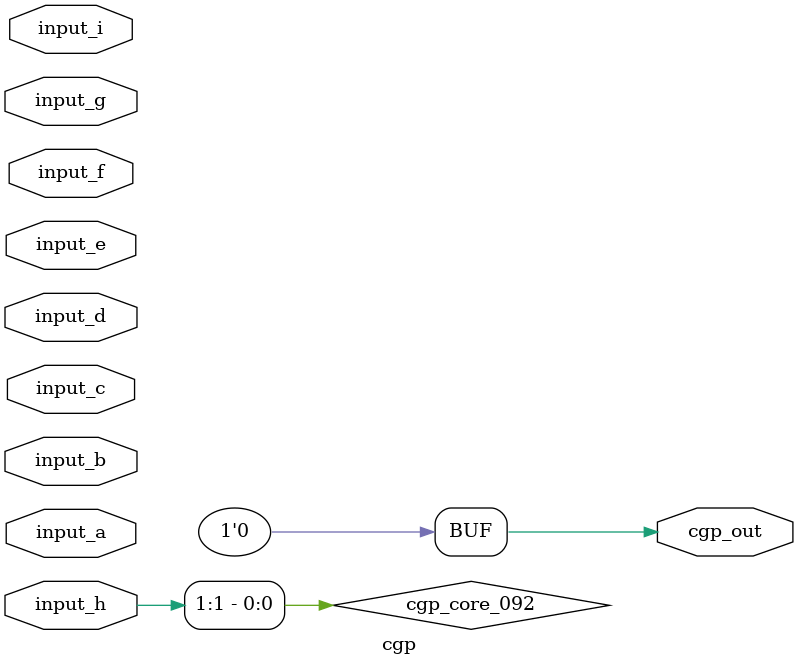
<source format=v>
module cgp(input [1:0] input_a, input [1:0] input_b, input [1:0] input_c, input [1:0] input_d, input [1:0] input_e, input [1:0] input_f, input [1:0] input_g, input [1:0] input_h, input [1:0] input_i, output [0:0] cgp_out);
  wire cgp_core_020;
  wire cgp_core_023;
  wire cgp_core_027;
  wire cgp_core_028;
  wire cgp_core_031;
  wire cgp_core_032;
  wire cgp_core_034;
  wire cgp_core_035;
  wire cgp_core_037;
  wire cgp_core_039;
  wire cgp_core_041;
  wire cgp_core_042;
  wire cgp_core_044;
  wire cgp_core_045;
  wire cgp_core_047;
  wire cgp_core_048;
  wire cgp_core_050_not;
  wire cgp_core_052;
  wire cgp_core_053;
  wire cgp_core_054;
  wire cgp_core_056;
  wire cgp_core_057;
  wire cgp_core_059;
  wire cgp_core_060;
  wire cgp_core_061;
  wire cgp_core_062;
  wire cgp_core_063;
  wire cgp_core_064;
  wire cgp_core_065;
  wire cgp_core_066;
  wire cgp_core_067;
  wire cgp_core_069;
  wire cgp_core_071;
  wire cgp_core_072_not;
  wire cgp_core_074;
  wire cgp_core_076;
  wire cgp_core_081;
  wire cgp_core_082;
  wire cgp_core_085;
  wire cgp_core_086;
  wire cgp_core_087;
  wire cgp_core_089;
  wire cgp_core_090;
  wire cgp_core_091;
  wire cgp_core_092;
  wire cgp_core_093;
  wire cgp_core_094;
  wire cgp_core_095;
  wire cgp_core_096;
  wire cgp_core_097;
  wire cgp_core_098;
  wire cgp_core_099;
  wire cgp_core_100_not;
  wire cgp_core_101;
  wire cgp_core_103_not;
  wire cgp_core_104;
  wire cgp_core_106;
  wire cgp_core_107;

  assign cgp_core_020 = input_h[0] ^ input_i[0];
  assign cgp_core_023 = input_h[1] & input_i[1];
  assign cgp_core_027 = input_f[0] ^ cgp_core_020;
  assign cgp_core_028 = input_d[0] & cgp_core_020;
  assign cgp_core_031 = input_d[1] ^ input_c[0];
  assign cgp_core_032 = input_d[1] & cgp_core_028;
  assign cgp_core_034 = cgp_core_023 | cgp_core_032;
  assign cgp_core_035 = cgp_core_023 & cgp_core_032;
  assign cgp_core_037 = input_b[0] & input_c[0];
  assign cgp_core_039 = input_b[1] & input_c[1];
  assign cgp_core_041 = input_g[1] & cgp_core_037;
  assign cgp_core_042 = input_f[1] | input_c[1];
  assign cgp_core_044 = input_a[0] & input_g[0];
  assign cgp_core_045 = input_a[1] ^ input_b[0];
  assign cgp_core_047 = cgp_core_045 ^ input_e[1];
  assign cgp_core_048 = ~(cgp_core_045 & input_g[0]);
  assign cgp_core_050_not = ~cgp_core_042;
  assign cgp_core_052 = input_a[0] ^ input_g[0];
  assign cgp_core_053 = input_g[1] & input_g[0];
  assign cgp_core_054 = input_f[1] ^ input_h[1];
  assign cgp_core_056 = cgp_core_054 ^ input_e[1];
  assign cgp_core_057 = cgp_core_054 & cgp_core_053;
  assign cgp_core_059 = input_a[1] ^ cgp_core_052;
  assign cgp_core_060 = ~(input_e[0] & cgp_core_052);
  assign cgp_core_061 = input_e[1] ^ cgp_core_056;
  assign cgp_core_062 = ~(input_e[1] | cgp_core_056);
  assign cgp_core_063 = cgp_core_061 ^ input_d[1];
  assign cgp_core_064 = cgp_core_061 & cgp_core_060;
  assign cgp_core_065 = input_a[0] | cgp_core_064;
  assign cgp_core_066 = cgp_core_057 ^ cgp_core_065;
  assign cgp_core_067 = cgp_core_057 & cgp_core_065;
  assign cgp_core_069 = input_h[0] & input_i[0];
  assign cgp_core_071 = ~cgp_core_047;
  assign cgp_core_072_not = ~cgp_core_069;
  assign cgp_core_074 = ~input_h[1];
  assign cgp_core_076 = cgp_core_050_not & input_g[0];
  assign cgp_core_081 = input_b[1] & cgp_core_067;
  assign cgp_core_082 = cgp_core_042 ^ cgp_core_076;
  assign cgp_core_085 = ~cgp_core_081;
  assign cgp_core_086 = ~input_e[0];
  assign cgp_core_087 = ~input_d[1];
  assign cgp_core_089 = input_e[1] & cgp_core_086;
  assign cgp_core_090 = ~(cgp_core_035 ^ cgp_core_082);
  assign cgp_core_091 = cgp_core_090 & cgp_core_086;
  assign cgp_core_092 = ~cgp_core_074;
  assign cgp_core_093 = cgp_core_034 & input_c[0];
  assign cgp_core_094 = cgp_core_093 & cgp_core_091;
  assign cgp_core_095 = cgp_core_034 ^ input_h[0];
  assign cgp_core_096 = cgp_core_095 & cgp_core_091;
  assign cgp_core_097 = ~cgp_core_072_not;
  assign cgp_core_098 = ~cgp_core_031;
  assign cgp_core_099 = cgp_core_098 & cgp_core_096;
  assign cgp_core_100_not = ~cgp_core_072_not;
  assign cgp_core_101 = input_c[1] & cgp_core_096;
  assign cgp_core_103_not = ~cgp_core_027;
  assign cgp_core_104 = cgp_core_103_not & cgp_core_101;
  assign cgp_core_106 = cgp_core_027 & cgp_core_101;
  assign cgp_core_107 = input_e[0] | cgp_core_094;

  assign cgp_out[0] = 1'b0;
endmodule
</source>
